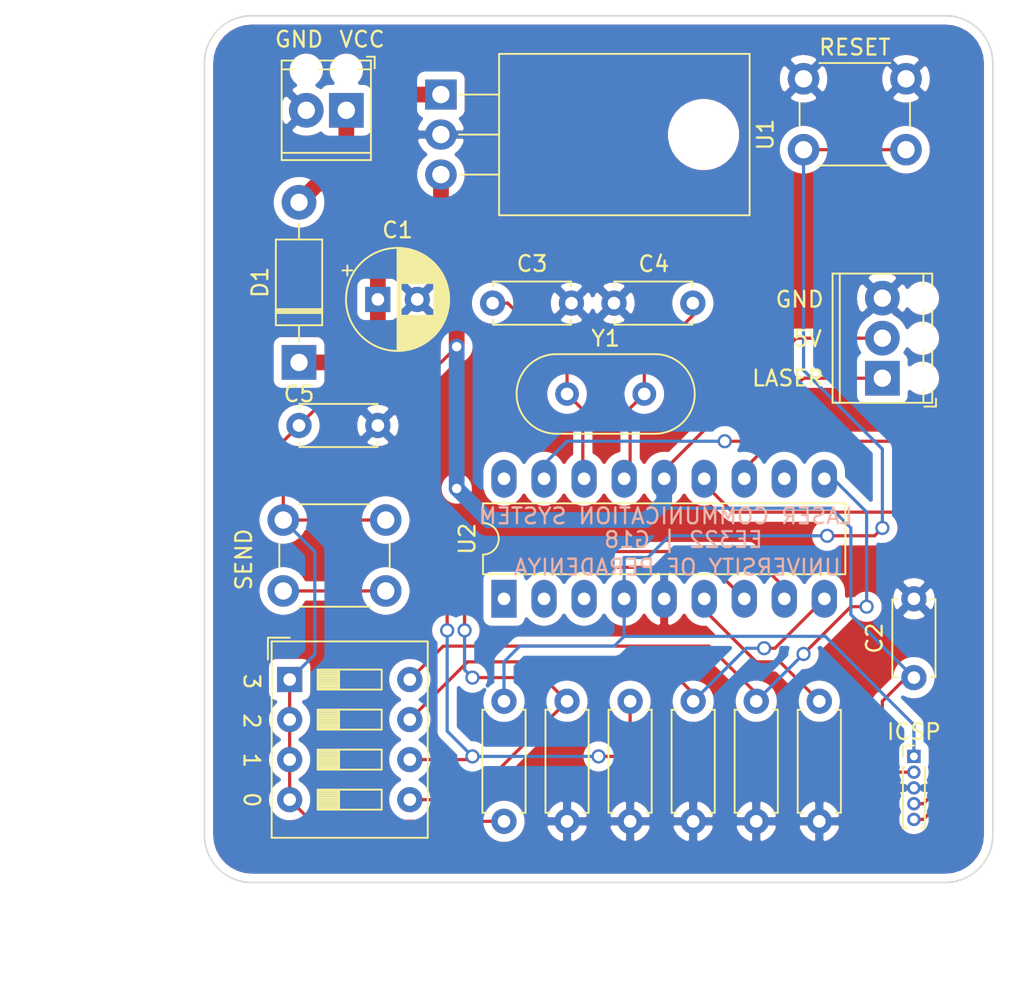
<source format=kicad_pcb>
(kicad_pcb (version 20171130) (host pcbnew "(5.1.9)-1")
  (layers (0 F.Cu signal) (31 B.Cu signal) (34 B.Paste user) (35 F.Paste user) (36 B.SilkS user) (37 F.SilkS user) (38 B.Mask user) (39 F.Mask user) (44 Edge.Cuts user))
  (net 0 "")
  (net 1 "Net-(C1-Pad1)")
  (net 2 GND)
  (net 3 5V)
  (net 4 "Net-(C3-Pad1)")
  (net 5 "Net-(C4-Pad1)")
  (net 6 "Net-(D1-Pad2)")
  (net 7 LASER)
  (net 8 MCLR)
  (net 9 DATA)
  (net 10 CLOCK)
  (net 11 SEND)
  (net 12 BIT0)
  (net 13 BIT1)
  (net 14 BIT2)
  (net 15 BIT3)
  (net 16 "Net-(U2-Pad1)")
  (net 17 "Net-(U2-Pad2)")
  (net 18 "Net-(U2-Pad11)")
  (net 19 "Net-(U2-Pad3)")
  (net 20 "Net-(U2-Pad18)")
  (module Capacitor_THT:C_Disc_D4.7mm_W2.5mm_P5.00mm (layer F.Cu) (at 76 89)
    (fp_text reference C5 (at 0 -2) (layer F.SilkS))
    (fp_text value 0.1uF)
    (pad 2 thru_hole circle (at 5 0) (size 1.6 1.6) (drill 0.8) (layers *.Cu *.Mask) (net 2 GND))
    (pad 1 thru_hole circle (at 0 0) (size 1.6 1.6) (drill 0.8) (layers *.Cu *.Mask) (net 3 5V))
  )
  (module Capacitor_THT:CP_Radial_D6.3mm_P2.50mm (layer F.Cu) (at 81 81)
    (fp_text reference C1 (at 1.25 -4.4) (layer F.SilkS))
    (fp_text value 100uF)
    (pad 1 thru_hole rect (at 0 0) (size 1.6 1.6) (drill 0.8) (layers *.Cu *.Mask) (net 1 "Net-(C1-Pad1)"))
    (pad 2 thru_hole circle (at 2.5 0) (size 1.6 1.6) (drill 0.8) (layers *.Cu *.Mask) (net 2 GND))
  )
  (module Capacitor_THT:C_Disc_D4.7mm_W2.5mm_P5.00mm (layer F.Cu) (at 115 105 90)
    (fp_text reference C2 (at 2.5 -2.5 90) (layer F.SilkS))
    (fp_text value 0.1uF)
    (pad 1 thru_hole circle (at 0 0 90) (size 1.6 1.6) (drill 0.8) (layers *.Cu *.Mask) (net 3 5V))
    (pad 2 thru_hole circle (at 5 0 90) (size 1.6 1.6) (drill 0.8) (layers *.Cu *.Mask) (net 2 GND))
  )
  (module Capacitor_THT:C_Disc_D4.7mm_W2.5mm_P5.00mm (layer F.Cu) (at 88.278 81.236)
    (fp_text reference C3 (at 2.5 -2.5) (layer F.SilkS))
    (fp_text value 22pF)
    (pad 2 thru_hole circle (at 5 0) (size 1.6 1.6) (drill 0.8) (layers *.Cu *.Mask) (net 2 GND))
    (pad 1 thru_hole circle (at 0 0) (size 1.6 1.6) (drill 0.8) (layers *.Cu *.Mask) (net 4 "Net-(C3-Pad1)"))
  )
  (module Capacitor_THT:C_Disc_D4.7mm_W2.5mm_P5.00mm (layer F.Cu) (at 100.978 81.236 180)
    (fp_text reference C4 (at 2.478 2.486) (layer F.SilkS))
    (fp_text value 22pF)
    (pad 1 thru_hole circle (at 0 0 180) (size 1.6 1.6) (drill 0.8) (layers *.Cu *.Mask) (net 5 "Net-(C4-Pad1)"))
    (pad 2 thru_hole circle (at 5 0 180) (size 1.6 1.6) (drill 0.8) (layers *.Cu *.Mask) (net 2 GND))
  )
  (module Diode_THT:D_DO-41_SOD81_P10.16mm_Horizontal (layer F.Cu) (at 76 85 90)
    (fp_text reference D1 (at 5.08 -2.47 90) (layer F.SilkS))
    (fp_text value 1N4007)
    (pad 1 thru_hole rect (at 0 0 90) (size 2.2 2.2) (drill 1.1) (layers *.Cu *.Mask) (net 1 "Net-(C1-Pad1)"))
    (pad 2 thru_hole oval (at 10.16 0 90) (size 2.2 2.2) (drill 1.1) (layers *.Cu *.Mask) (net 6 "Net-(D1-Pad2)"))
  )
  (module TerminalBlock_Phoenix:TerminalBlock_Phoenix_MPT-0,5-2-2.54_1x02_P2.54mm_Horizontal (layer F.Cu) (at 79 69 180)
    (fp_text reference J1 hide)
    (fp_text value Screw_Terminal_01x02)
    (pad 1 thru_hole rect (at 0 0 180) (size 2.2 2.2) (drill 1.1) (layers *.Cu *.Mask) (net 6 "Net-(D1-Pad2)"))
    (pad "" np_thru_hole circle (at 0 2.54 180) (size 1.1 1.1) (drill 1.1) (layers *.Cu *.Mask))
    (pad 2 thru_hole circle (at 2.54 0 180) (size 2.2 2.2) (drill 1.1) (layers *.Cu *.Mask) (net 2 GND))
    (pad "" np_thru_hole circle (at 2.54 2.54 180) (size 1.1 1.1) (drill 1.1) (layers *.Cu *.Mask))
  )
  (module TerminalBlock_Phoenix:TerminalBlock_Phoenix_MPT-0,5-3-2.54_1x03_P2.54mm_Horizontal (layer F.Cu) (at 113 86 90)
    (fp_text reference J2 hide)
    (fp_text value Screw_Terminal_01x03)
    (pad 1 thru_hole rect (at 0 0 90) (size 2.2 2.2) (drill 1.1) (layers *.Cu *.Mask) (net 7 LASER))
    (pad "" np_thru_hole circle (at 0 2.54 90) (size 1.1 1.1) (drill 1.1) (layers *.Cu *.Mask))
    (pad 2 thru_hole circle (at 2.54 0 90) (size 2.2 2.2) (drill 1.1) (layers *.Cu *.Mask) (net 3 5V))
    (pad "" np_thru_hole circle (at 2.54 2.54 90) (size 1.1 1.1) (drill 1.1) (layers *.Cu *.Mask))
    (pad 3 thru_hole circle (at 5.08 0 90) (size 2.2 2.2) (drill 1.1) (layers *.Cu *.Mask) (net 2 GND))
    (pad "" np_thru_hole circle (at 5.08 2.54 90) (size 1.1 1.1) (drill 1.1) (layers *.Cu *.Mask))
  )
  (module Connector_PinHeader_1.00mm:PinHeader_1x05_P1.00mm_Vertical (layer F.Cu) (at 115 110)
    (fp_text reference ICSP (at 0 -1.56) (layer F.SilkS))
    (fp_text value Conn_01x05_Male)
    (pad 1 thru_hole rect (at 0 0) (size 0.85 0.85) (drill 0.5) (layers *.Cu *.Mask) (net 8 MCLR))
    (pad 2 thru_hole oval (at 0 1) (size 0.85 0.85) (drill 0.5) (layers *.Cu *.Mask) (net 3 5V))
    (pad 3 thru_hole oval (at 0 2) (size 0.85 0.85) (drill 0.5) (layers *.Cu *.Mask) (net 2 GND))
    (pad 4 thru_hole oval (at 0 3) (size 0.85 0.85) (drill 0.5) (layers *.Cu *.Mask) (net 9 DATA))
    (pad 5 thru_hole oval (at 0 4) (size 0.85 0.85) (drill 0.5) (layers *.Cu *.Mask) (net 10 CLOCK))
  )
  (module Resistor_THT:R_Axial_DIN0207_L6.3mm_D2.5mm_P7.62mm_Horizontal (layer F.Cu) (at 109 106.5 270)
    (fp_text reference R1 hide)
    (fp_text value 10k)
    (pad 2 thru_hole oval (at 7.62 0 270) (size 1.6 1.6) (drill 0.8) (layers *.Cu *.Mask) (net 2 GND))
    (pad 1 thru_hole circle (at 0 0 270) (size 1.6 1.6) (drill 0.8) (layers *.Cu *.Mask) (net 11 SEND))
  )
  (module Resistor_THT:R_Axial_DIN0207_L6.3mm_D2.5mm_P7.62mm_Horizontal (layer F.Cu) (at 105 106.5 270)
    (fp_text reference R2 hide)
    (fp_text value 10k)
    (pad 2 thru_hole oval (at 7.62 0 270) (size 1.6 1.6) (drill 0.8) (layers *.Cu *.Mask) (net 2 GND))
    (pad 1 thru_hole circle (at 0 0 270) (size 1.6 1.6) (drill 0.8) (layers *.Cu *.Mask) (net 12 BIT0))
  )
  (module Resistor_THT:R_Axial_DIN0207_L6.3mm_D2.5mm_P7.62mm_Horizontal (layer F.Cu) (at 101 106.5 270)
    (fp_text reference R3 hide)
    (fp_text value 10k)
    (pad 1 thru_hole circle (at 0 0 270) (size 1.6 1.6) (drill 0.8) (layers *.Cu *.Mask) (net 13 BIT1))
    (pad 2 thru_hole oval (at 7.62 0 270) (size 1.6 1.6) (drill 0.8) (layers *.Cu *.Mask) (net 2 GND))
  )
  (module Resistor_THT:R_Axial_DIN0207_L6.3mm_D2.5mm_P7.62mm_Horizontal (layer F.Cu) (at 97 106.5 270)
    (fp_text reference R4 hide)
    (fp_text value 10k)
    (pad 2 thru_hole oval (at 7.62 0 270) (size 1.6 1.6) (drill 0.8) (layers *.Cu *.Mask) (net 2 GND))
    (pad 1 thru_hole circle (at 0 0 270) (size 1.6 1.6) (drill 0.8) (layers *.Cu *.Mask) (net 14 BIT2))
  )
  (module Resistor_THT:R_Axial_DIN0207_L6.3mm_D2.5mm_P7.62mm_Horizontal (layer F.Cu) (at 93 106.5 270)
    (fp_text reference R5 hide)
    (fp_text value 10k)
    (pad 1 thru_hole circle (at 0 0 270) (size 1.6 1.6) (drill 0.8) (layers *.Cu *.Mask) (net 15 BIT3))
    (pad 2 thru_hole oval (at 7.62 0 270) (size 1.6 1.6) (drill 0.8) (layers *.Cu *.Mask) (net 2 GND))
  )
  (module Resistor_THT:R_Axial_DIN0207_L6.3mm_D2.5mm_P7.62mm_Horizontal (layer F.Cu) (at 89 106.5 270)
    (fp_text reference R6 hide)
    (fp_text value 10k)
    (pad 1 thru_hole circle (at 0 0 270) (size 1.6 1.6) (drill 0.8) (layers *.Cu *.Mask) (net 8 MCLR))
    (pad 2 thru_hole oval (at 7.62 0 270) (size 1.6 1.6) (drill 0.8) (layers *.Cu *.Mask) (net 3 5V))
  )
  (module Button_Switch_THT:SW_PUSH_6mm_H4.3mm (layer F.Cu) (at 75 95)
    (fp_text reference SEND (at -2.5 2.5 -90) (layer F.SilkS))
    (fp_text value Send_button)
    (pad 2 thru_hole circle (at 0 4.5 90) (size 2 2) (drill 1.1) (layers *.Cu *.Mask) (net 11 SEND))
    (pad 1 thru_hole circle (at 0 0 90) (size 2 2) (drill 1.1) (layers *.Cu *.Mask) (net 3 5V))
    (pad 2 thru_hole circle (at 6.5 4.5 90) (size 2 2) (drill 1.1) (layers *.Cu *.Mask) (net 11 SEND))
    (pad 1 thru_hole circle (at 6.5 0 90) (size 2 2) (drill 1.1) (layers *.Cu *.Mask) (net 3 5V))
  )
  (module Button_Switch_THT:SW_DIP_SPSTx04_Slide_9.78x12.34mm_W7.62mm_P2.54mm (layer F.Cu) (at 75.406 105.124)
    (fp_text reference SW2 hide)
    (fp_text value SW_DIP_x04)
    (pad 1 thru_hole rect (at 0 0) (size 1.6 1.6) (drill 0.8) (layers *.Cu *.Mask) (net 3 5V))
    (pad 5 thru_hole oval (at 7.62 7.62) (size 1.6 1.6) (drill 0.8) (layers *.Cu *.Mask) (net 15 BIT3))
    (pad 2 thru_hole oval (at 0 2.54) (size 1.6 1.6) (drill 0.8) (layers *.Cu *.Mask) (net 3 5V))
    (pad 6 thru_hole oval (at 7.62 5.08) (size 1.6 1.6) (drill 0.8) (layers *.Cu *.Mask) (net 14 BIT2))
    (pad 3 thru_hole oval (at 0 5.08) (size 1.6 1.6) (drill 0.8) (layers *.Cu *.Mask) (net 3 5V))
    (pad 7 thru_hole oval (at 7.62 2.54) (size 1.6 1.6) (drill 0.8) (layers *.Cu *.Mask) (net 13 BIT1))
    (pad 4 thru_hole oval (at 0 7.62) (size 1.6 1.6) (drill 0.8) (layers *.Cu *.Mask) (net 3 5V))
    (pad 8 thru_hole oval (at 7.62 0) (size 1.6 1.6) (drill 0.8) (layers *.Cu *.Mask) (net 12 BIT0))
  )
  (module Button_Switch_THT:SW_PUSH_6mm_H4.3mm (layer F.Cu) (at 108 67)
    (fp_text reference RESET (at 3.25 -2) (layer F.SilkS))
    (fp_text value Reset)
    (pad 1 thru_hole circle (at 6.5 0 90) (size 2 2) (drill 1.1) (layers *.Cu *.Mask) (net 2 GND))
    (pad 2 thru_hole circle (at 6.5 4.5 90) (size 2 2) (drill 1.1) (layers *.Cu *.Mask) (net 8 MCLR))
    (pad 1 thru_hole circle (at 0 0 90) (size 2 2) (drill 1.1) (layers *.Cu *.Mask) (net 2 GND))
    (pad 2 thru_hole circle (at 0 4.5 90) (size 2 2) (drill 1.1) (layers *.Cu *.Mask) (net 8 MCLR))
  )
  (module Package_TO_SOT_THT:TO-220-3_Horizontal_TabDown (layer F.Cu) (at 85 68 270)
    (fp_text reference U1 (at 2.54 -20.58 90) (layer F.SilkS))
    (fp_text value L7805)
    (pad "" np_thru_hole oval (at 2.54 -16.66 270) (size 3.5 3.5) (drill 3.5) (layers *.Cu *.Mask))
    (pad 1 thru_hole rect (at 0 0 270) (size 1.905 2) (drill 1.1) (layers *.Cu *.Mask) (net 1 "Net-(C1-Pad1)"))
    (pad 2 thru_hole oval (at 2.54 0 270) (size 1.905 2) (drill 1.1) (layers *.Cu *.Mask) (net 2 GND))
    (pad 3 thru_hole oval (at 5.08 0 270) (size 1.905 2) (drill 1.1) (layers *.Cu *.Mask) (net 3 5V))
  )
  (module Package_DIP:DIP-18_W7.62mm_LongPads (layer F.Cu) (at 89 100 90)
    (fp_text reference U2 (at 3.81 -2.33 90) (layer F.SilkS))
    (fp_text value PIC16F84A-XXP)
    (pad 1 thru_hole rect (at 0 0 90) (size 2.4 1.6) (drill 0.8) (layers *.Cu *.Mask) (net 16 "Net-(U2-Pad1)"))
    (pad 10 thru_hole oval (at 7.62 20.32 90) (size 2.4 1.6) (drill 0.8) (layers *.Cu *.Mask) (net 12 BIT0))
    (pad 2 thru_hole oval (at 0 2.54 90) (size 2.4 1.6) (drill 0.8) (layers *.Cu *.Mask) (net 17 "Net-(U2-Pad2)"))
    (pad 11 thru_hole oval (at 7.62 17.78 90) (size 2.4 1.6) (drill 0.8) (layers *.Cu *.Mask) (net 18 "Net-(U2-Pad11)"))
    (pad 3 thru_hole oval (at 0 5.08 90) (size 2.4 1.6) (drill 0.8) (layers *.Cu *.Mask) (net 19 "Net-(U2-Pad3)"))
    (pad 12 thru_hole oval (at 7.62 15.24 90) (size 2.4 1.6) (drill 0.8) (layers *.Cu *.Mask) (net 10 CLOCK))
    (pad 4 thru_hole oval (at 0 7.62 90) (size 2.4 1.6) (drill 0.8) (layers *.Cu *.Mask) (net 8 MCLR))
    (pad 13 thru_hole oval (at 7.62 12.7 90) (size 2.4 1.6) (drill 0.8) (layers *.Cu *.Mask) (net 9 DATA))
    (pad 5 thru_hole oval (at 0 10.16 90) (size 2.4 1.6) (drill 0.8) (layers *.Cu *.Mask) (net 2 GND))
    (pad 14 thru_hole oval (at 7.62 10.16 90) (size 2.4 1.6) (drill 0.8) (layers *.Cu *.Mask) (net 3 5V))
    (pad 6 thru_hole oval (at 0 12.7 90) (size 2.4 1.6) (drill 0.8) (layers *.Cu *.Mask) (net 11 SEND))
    (pad 15 thru_hole oval (at 7.62 7.62 90) (size 2.4 1.6) (drill 0.8) (layers *.Cu *.Mask) (net 5 "Net-(C4-Pad1)"))
    (pad 7 thru_hole oval (at 0 15.24 90) (size 2.4 1.6) (drill 0.8) (layers *.Cu *.Mask) (net 15 BIT3))
    (pad 16 thru_hole oval (at 7.62 5.08 90) (size 2.4 1.6) (drill 0.8) (layers *.Cu *.Mask) (net 4 "Net-(C3-Pad1)"))
    (pad 8 thru_hole oval (at 0 17.78 90) (size 2.4 1.6) (drill 0.8) (layers *.Cu *.Mask) (net 14 BIT2))
    (pad 17 thru_hole oval (at 7.62 2.54 90) (size 2.4 1.6) (drill 0.8) (layers *.Cu *.Mask) (net 7 LASER))
    (pad 9 thru_hole oval (at 0 20.32 90) (size 2.4 1.6) (drill 0.8) (layers *.Cu *.Mask) (net 13 BIT1))
    (pad 18 thru_hole oval (at 7.62 0 90) (size 2.4 1.6) (drill 0.8) (layers *.Cu *.Mask) (net 20 "Net-(U2-Pad18)"))
  )
  (module Crystal:Crystal_HC18-U_Vertical (layer F.Cu) (at 93 87)
    (fp_text reference Y1 (at 2.45 -3.525) (layer F.SilkS))
    (fp_text value 4MHz)
    (pad 1 thru_hole circle (at 0 0) (size 1.5 1.5) (drill 0.8) (layers *.Cu *.Mask) (net 4 "Net-(C3-Pad1)"))
    (pad 2 thru_hole circle (at 4.9 0) (size 1.5 1.5) (drill 0.8) (layers *.Cu *.Mask) (net 5 "Net-(C4-Pad1)"))
  )
  (gr_text "UNIVERSITY OF PERADENIYA" (at 100 98) (layer B.SilkS) (effects (font (size 1 1)) (justify mirror)))
  (gr_text "EE322 | G18 " (at 100 96.25) (layer B.SilkS) (effects (font (size 1 1)) (justify mirror)))
  (gr_text "LASER COMMUNICATION SYSTEM" (at 99.25 94.75) (layer B.SilkS) (effects (font (size 1 1)) (justify mirror)))
  (gr_text GND (at 107.75 81) (layer F.SilkS) (effects (font (size 1 1))))
  (gr_text 5V (at 108.25 83.5) (layer F.SilkS) (effects (font (size 1 1))))
  (gr_text LASER (at 107 86) (layer F.SilkS) (effects (font (size 1 1))))
  (gr_text 3 (at 73 105.25 -90) (layer F.SilkS) (effects (font (size 1 1))))
  (gr_text 2 (at 73 107.75 -90) (layer F.SilkS) (effects (font (size 1 1))))
  (gr_text 1 (at 73 110.25 -90) (layer F.SilkS) (effects (font (size 1 1))))
  (gr_text 0 (at 73 112.75 -90) (layer F.SilkS) (effects (font (size 1 1))))
  (gr_text GND (at 76 64.5) (layer F.SilkS) (effects (font (size 1 1))))
  (gr_text VCC (at 80 64.5) (layer F.SilkS) (effects (font (size 1 1))))
  (gr_arc (start 117 115) (end 117 118) (angle -90) (layer Edge.Cuts) (width 0.1))
  (gr_arc (start 117 66) (end 117 63) (angle 90) (layer Edge.Cuts) (width 0.1))
  (gr_arc (start 73 66) (end 70 66) (angle 90) (layer Edge.Cuts) (width 0.1))
  (gr_arc (start 73 115) (end 73 118) (angle 90) (layer Edge.Cuts) (width 0.1))
  (gr_line (start 120 66) (end 120 115) (layer Edge.Cuts) (width 0.1))
  (gr_line (start 73 63) (end 117 63) (layer Edge.Cuts) (width 0.1))
  (gr_line (start 70 115) (end 70 66) (layer Edge.Cuts) (width 0.1))
  (gr_line (start 117 118) (end 73 118) (layer Edge.Cuts) (width 0.1))
  (segment (start 76 85) (end 79 85) (width 1) (layer F.Cu) (net 1))
  (segment (start 79 85) (end 81 83) (width 1) (layer F.Cu) (net 1))
  (segment (start 81 83) (end 81 81) (width 1) (layer F.Cu) (net 1))
  (segment (start 82 69) (end 83 68) (width 1) (layer F.Cu) (net 1))
  (segment (start 82 72) (end 82 69) (width 1) (layer F.Cu) (net 1))
  (segment (start 81 73) (end 82 72) (width 1) (layer F.Cu) (net 1))
  (segment (start 83 68) (end 85 68) (width 1) (layer F.Cu) (net 1))
  (segment (start 81 81) (end 81 73) (width 1) (layer F.Cu) (net 1))
  (segment (start 115 112) (end 113 112) (width 0.2032) (layer F.Cu) (net 2))
  (segment (start 110.88 114.12) (end 109 114.12) (width 0.2032) (layer F.Cu) (net 2))
  (segment (start 113 112) (end 110.88 114.12) (width 0.2032) (layer F.Cu) (net 2))
  (segment (start 75.406 105.124) (end 75.406 107.664) (width 0.2032) (layer F.Cu) (net 3))
  (segment (start 75.406 107.664) (end 75.406 110.204) (width 0.2032) (layer F.Cu) (net 3))
  (segment (start 75.406 110.204) (end 75.406 112.744) (width 0.2032) (layer F.Cu) (net 3))
  (segment (start 85.003201 73.083201) (end 85.003201 75.003201) (width 1) (layer F.Cu) (net 3))
  (segment (start 85 73.08) (end 85.003201 73.083201) (width 1) (layer F.Cu) (net 3))
  (segment (start 85.003201 75.003201) (end 86 76) (width 1) (layer F.Cu) (net 3))
  (segment (start 86 76) (end 86 84) (width 1) (layer F.Cu) (net 3))
  (segment (start 99.16 92.38) (end 99.16 93.84) (width 1) (layer B.Cu) (net 3))
  (segment (start 98 95) (end 88 95) (width 1) (layer B.Cu) (net 3))
  (via (at 86 84) (size 0.9) (drill 0.6) (layers F.Cu B.Cu) (net 3))
  (segment (start 86 93) (end 86 84) (width 1) (layer B.Cu) (net 3))
  (segment (start 88 95) (end 86 93) (width 1) (layer B.Cu) (net 3))
  (via (at 86 93) (size 0.9) (drill 0.6) (layers F.Cu B.Cu) (net 3))
  (segment (start 78.595199 86.404801) (end 76 89) (width 0.2032) (layer F.Cu) (net 3))
  (segment (start 83.595199 86.404801) (end 78.595199 86.404801) (width 0.2032) (layer F.Cu) (net 3))
  (segment (start 86 84) (end 83.595199 86.404801) (width 0.2032) (layer F.Cu) (net 3))
  (segment (start 76 89) (end 75 90) (width 0.2032) (layer F.Cu) (net 3))
  (segment (start 75 90) (end 75 95) (width 0.2032) (layer F.Cu) (net 3))
  (segment (start 75 95) (end 81.5 95) (width 0.2032) (layer F.Cu) (net 3))
  (segment (start 77 103.53) (end 75.406 105.124) (width 0.2032) (layer B.Cu) (net 3))
  (segment (start 77 97) (end 77 103.53) (width 0.2032) (layer B.Cu) (net 3))
  (segment (start 75 95) (end 77 97) (width 0.2032) (layer B.Cu) (net 3))
  (segment (start 76.782 114.12) (end 75.406 112.744) (width 0.2032) (layer F.Cu) (net 3))
  (segment (start 89 114.12) (end 76.782 114.12) (width 0.2032) (layer F.Cu) (net 3))
  (segment (start 114.729801 111) (end 115 111) (width 0.2032) (layer F.Cu) (net 3))
  (segment (start 114 111) (end 114.729801 111) (width 0.2032) (layer F.Cu) (net 3))
  (segment (start 113 110) (end 114 111) (width 0.2032) (layer F.Cu) (net 3))
  (segment (start 113 106.5) (end 113 110) (width 0.2032) (layer F.Cu) (net 3))
  (segment (start 114.5 105) (end 113 106.5) (width 0.2032) (layer F.Cu) (net 3))
  (segment (start 115 105) (end 114.5 105) (width 0.2032) (layer F.Cu) (net 3))
  (segment (start 113 83.46) (end 107.54 83.46) (width 0.2032) (layer F.Cu) (net 3))
  (segment (start 99.16 91.84) (end 99.16 92.38) (width 0.2032) (layer F.Cu) (net 3))
  (segment (start 107.54 83.46) (end 99.16 91.84) (width 0.2032) (layer F.Cu) (net 3))
  (segment (start 115 105) (end 111 101) (width 0.2032) (layer B.Cu) (net 3))
  (segment (start 111 101) (end 111 95.5) (width 0.2032) (layer B.Cu) (net 3))
  (segment (start 109.75 94.25) (end 98.75 94.25) (width 0.2032) (layer B.Cu) (net 3))
  (segment (start 111 95.5) (end 109.75 94.25) (width 0.2032) (layer B.Cu) (net 3))
  (segment (start 98.75 94.25) (end 98 95) (width 1) (layer B.Cu) (net 3))
  (segment (start 99.16 93.84) (end 98.75 94.25) (width 1) (layer B.Cu) (net 3))
  (segment (start 93 87) (end 94 88) (width 0.2032) (layer F.Cu) (net 4))
  (segment (start 94 92.3) (end 94.08 92.38) (width 0.2032) (layer F.Cu) (net 4))
  (segment (start 94 88) (end 94 92.3) (width 0.2032) (layer F.Cu) (net 4))
  (segment (start 93 87) (end 93 85) (width 0.2032) (layer F.Cu) (net 4))
  (segment (start 89.236 81.236) (end 88.278 81.236) (width 0.2032) (layer F.Cu) (net 4))
  (segment (start 93 85) (end 89.236 81.236) (width 0.2032) (layer F.Cu) (net 4))
  (segment (start 97.9 87) (end 97 87.9) (width 0.2032) (layer F.Cu) (net 5))
  (segment (start 97 92) (end 96.62 92.38) (width 0.2032) (layer F.Cu) (net 5))
  (segment (start 97 87.9) (end 97 92) (width 0.2032) (layer F.Cu) (net 5))
  (segment (start 97.9 87) (end 97.9 85.1) (width 0.2032) (layer F.Cu) (net 5))
  (segment (start 100.978 82.022) (end 100.978 81.236) (width 0.2032) (layer F.Cu) (net 5))
  (segment (start 97.9 85.1) (end 100.978 82.022) (width 0.2032) (layer F.Cu) (net 5))
  (segment (start 79 69) (end 79 72) (width 1) (layer F.Cu) (net 6))
  (segment (start 78.84 72) (end 76 74.84) (width 1) (layer F.Cu) (net 6))
  (segment (start 79 72) (end 78.84 72) (width 1) (layer F.Cu) (net 6))
  (via (at 103 90) (size 0.9) (drill 0.6) (layers F.Cu B.Cu) (net 7))
  (segment (start 103 90) (end 93 90) (width 0.2032) (layer B.Cu) (net 7))
  (segment (start 91.54 91.46) (end 91.54 92.38) (width 0.2032) (layer B.Cu) (net 7))
  (segment (start 93 90) (end 91.54 91.46) (width 0.2032) (layer B.Cu) (net 7))
  (segment (start 104 90) (end 103 90) (width 0.2032) (layer F.Cu) (net 7))
  (segment (start 108 86) (end 104 90) (width 0.2032) (layer F.Cu) (net 7))
  (segment (start 113 86) (end 108 86) (width 0.2032) (layer F.Cu) (net 7))
  (segment (start 96.62 100) (end 96.62 102.38) (width 0.2032) (layer B.Cu) (net 8))
  (segment (start 96.62 102.38) (end 96 103) (width 0.2032) (layer B.Cu) (net 8))
  (segment (start 96 103) (end 90 103) (width 0.2032) (layer B.Cu) (net 8))
  (segment (start 90 103) (end 89 104) (width 0.2032) (layer B.Cu) (net 8))
  (segment (start 89 104) (end 89 106.5) (width 0.2032) (layer B.Cu) (net 8))
  (segment (start 114.5 71.5) (end 108 71.5) (width 0.2032) (layer F.Cu) (net 8))
  (segment (start 115 110) (end 115 108) (width 0.2032) (layer B.Cu) (net 8))
  (segment (start 109.38 102.38) (end 96.62 102.38) (width 0.2032) (layer B.Cu) (net 8))
  (segment (start 115 108) (end 109.38 102.38) (width 0.2032) (layer B.Cu) (net 8))
  (segment (start 96.62 100) (end 96.62 97.38) (width 0.2032) (layer B.Cu) (net 8))
  (segment (start 96.62 97.38) (end 98.12 97.38) (width 0.2032) (layer B.Cu) (net 8))
  (via (at 109.5 96) (size 0.9) (drill 0.6) (layers F.Cu B.Cu) (net 8))
  (segment (start 99.5 96) (end 109.5 96) (width 0.2032) (layer B.Cu) (net 8))
  (segment (start 98.12 97.38) (end 99.5 96) (width 0.2032) (layer B.Cu) (net 8))
  (via (at 113 95.5) (size 0.9) (drill 0.6) (layers F.Cu B.Cu) (net 8))
  (segment (start 112.5 96) (end 113 95.5) (width 0.2032) (layer F.Cu) (net 8))
  (segment (start 109.5 96) (end 112.5 96) (width 0.2032) (layer F.Cu) (net 8))
  (segment (start 108 85.5) (end 108 71.5) (width 0.2032) (layer B.Cu) (net 8))
  (segment (start 113 90.5) (end 108 85.5) (width 0.2032) (layer B.Cu) (net 8))
  (segment (start 113 95.5) (end 113 90.5) (width 0.2032) (layer B.Cu) (net 8))
  (segment (start 101.7 92.38) (end 101.7 92.7) (width 0.2032) (layer F.Cu) (net 9))
  (segment (start 103.5 94.5) (end 115.5 94.5) (width 0.2032) (layer F.Cu) (net 9))
  (segment (start 101.7 92.7) (end 103.5 94.5) (width 0.2032) (layer F.Cu) (net 9))
  (segment (start 115.60104 113) (end 115 113) (width 0.2032) (layer F.Cu) (net 9))
  (segment (start 117 111.60104) (end 115.60104 113) (width 0.2032) (layer F.Cu) (net 9))
  (segment (start 117 96) (end 117 111.60104) (width 0.2032) (layer F.Cu) (net 9))
  (segment (start 115.5 94.5) (end 117 96) (width 0.2032) (layer F.Cu) (net 9))
  (segment (start 118 111.60104) (end 115.60104 114) (width 0.2032) (layer F.Cu) (net 10))
  (segment (start 118 93) (end 118 111.60104) (width 0.2032) (layer F.Cu) (net 10))
  (segment (start 115 90) (end 118 93) (width 0.2032) (layer F.Cu) (net 10))
  (segment (start 115.60104 114) (end 115 114) (width 0.2032) (layer F.Cu) (net 10))
  (segment (start 106 90) (end 115 90) (width 0.2032) (layer F.Cu) (net 10))
  (segment (start 104.24 91.76) (end 106 90) (width 0.2032) (layer F.Cu) (net 10))
  (segment (start 104.24 92.38) (end 104.24 91.76) (width 0.2032) (layer F.Cu) (net 10))
  (segment (start 75 99.5) (end 81.5 99.5) (width 0.2032) (layer F.Cu) (net 11))
  (segment (start 106.5 104) (end 109 106.5) (width 0.2032) (layer F.Cu) (net 11))
  (segment (start 105 104) (end 106.5 104) (width 0.2032) (layer F.Cu) (net 11))
  (segment (start 101.7 100.7) (end 105 104) (width 0.2032) (layer F.Cu) (net 11))
  (segment (start 101.7 100) (end 101.7 100.7) (width 0.2032) (layer F.Cu) (net 11))
  (segment (start 105 106) (end 105 106.5) (width 0.2032) (layer F.Cu) (net 12))
  (segment (start 102 103) (end 105 106) (width 0.2032) (layer F.Cu) (net 12))
  (segment (start 85.15 103) (end 102 103) (width 0.2032) (layer F.Cu) (net 12))
  (segment (start 83.026 105.124) (end 85.15 103) (width 0.2032) (layer F.Cu) (net 12))
  (segment (start 109.32 92.38) (end 109.88 92.38) (width 0.2032) (layer B.Cu) (net 12))
  (segment (start 109.88 92.38) (end 111.40641 93.90641) (width 0.2032) (layer B.Cu) (net 12))
  (via (at 112 100.5) (size 0.9) (drill 0.6) (layers F.Cu B.Cu) (net 12))
  (segment (start 112 94.5) (end 112 100.5) (width 0.2032) (layer B.Cu) (net 12))
  (segment (start 111.40641 93.90641) (end 112 94.5) (width 0.2032) (layer B.Cu) (net 12))
  (via (at 108 103.5) (size 0.9) (drill 0.6) (layers F.Cu B.Cu) (net 12))
  (segment (start 111 100.5) (end 108 103.5) (width 0.2032) (layer F.Cu) (net 12))
  (segment (start 112 100.5) (end 111 100.5) (width 0.2032) (layer F.Cu) (net 12))
  (segment (start 108 103.5) (end 105 106.5) (width 0.2032) (layer B.Cu) (net 12))
  (segment (start 83.026 107.664) (end 86.69 104) (width 0.2032) (layer F.Cu) (net 13))
  (segment (start 86.69 104) (end 99 104) (width 0.2032) (layer F.Cu) (net 13))
  (segment (start 99 104) (end 101 106) (width 0.2032) (layer F.Cu) (net 13))
  (segment (start 101 106) (end 101 106.5) (width 0.2032) (layer F.Cu) (net 13))
  (via (at 105.5 103.1348) (size 0.9) (drill 0.6) (layers F.Cu B.Cu) (net 13))
  (segment (start 106.1852 103.1348) (end 105.5 103.1348) (width 0.2032) (layer F.Cu) (net 13))
  (segment (start 109.32 100) (end 106.1852 103.1348) (width 0.2032) (layer F.Cu) (net 13))
  (segment (start 104.3652 103.1348) (end 101 106.5) (width 0.2032) (layer B.Cu) (net 13))
  (segment (start 105.5 103.1348) (end 104.3652 103.1348) (width 0.2032) (layer B.Cu) (net 13))
  (via (at 87 110) (size 0.9) (drill 0.6) (layers F.Cu B.Cu) (net 14))
  (segment (start 86.796 110.204) (end 87 110) (width 0.2032) (layer F.Cu) (net 14))
  (segment (start 83.026 110.204) (end 86.796 110.204) (width 0.2032) (layer F.Cu) (net 14))
  (segment (start 87 110) (end 95 110) (width 0.2032) (layer B.Cu) (net 14))
  (via (at 95 110) (size 0.9) (drill 0.6) (layers F.Cu B.Cu) (net 14))
  (segment (start 95 110) (end 96 110) (width 0.2032) (layer F.Cu) (net 14))
  (segment (start 97 109) (end 97 106.5) (width 0.2032) (layer F.Cu) (net 14))
  (segment (start 96 110) (end 97 109) (width 0.2032) (layer F.Cu) (net 14))
  (segment (start 106.78 100) (end 106.78 99.28) (width 0.2032) (layer F.Cu) (net 14))
  (segment (start 106.78 99.28) (end 104.5 97) (width 0.2032) (layer F.Cu) (net 14))
  (segment (start 104.5 97) (end 87 97) (width 0.2032) (layer F.Cu) (net 14))
  (via (at 85.396797 102) (size 0.9) (drill 0.6) (layers F.Cu B.Cu) (net 14))
  (segment (start 85.396797 98.603203) (end 85.396797 102) (width 0.2032) (layer F.Cu) (net 14))
  (segment (start 87 97) (end 85.396797 98.603203) (width 0.2032) (layer F.Cu) (net 14))
  (segment (start 85.396797 108.396797) (end 87 110) (width 0.2032) (layer B.Cu) (net 14))
  (segment (start 85.396797 102) (end 85.396797 108.396797) (width 0.2032) (layer B.Cu) (net 14))
  (segment (start 86.756 112.744) (end 93 106.5) (width 0.2032) (layer F.Cu) (net 15))
  (segment (start 83.026 112.744) (end 86.756 112.744) (width 0.2032) (layer F.Cu) (net 15))
  (segment (start 104.24 100) (end 102.24 98) (width 0.2032) (layer F.Cu) (net 15))
  (segment (start 102.24 98) (end 88.451358 98) (width 0.2032) (layer F.Cu) (net 15))
  (segment (start 88.451358 98) (end 87 98) (width 0.2032) (layer F.Cu) (net 15))
  (segment (start 87 98) (end 86.5 98.5) (width 0.2032) (layer F.Cu) (net 15))
  (via (at 86.5 102) (size 0.9) (drill 0.6) (layers F.Cu B.Cu) (net 15))
  (segment (start 86.5 98.5) (end 86.5 102) (width 0.2032) (layer F.Cu) (net 15))
  (via (at 87 105) (size 0.9) (drill 0.6) (layers F.Cu B.Cu) (net 15))
  (segment (start 86.5 104.5) (end 87 105) (width 0.2032) (layer B.Cu) (net 15))
  (segment (start 86.5 102) (end 86.5 104.5) (width 0.2032) (layer B.Cu) (net 15))
  (segment (start 91.5 105) (end 93 106.5) (width 0.2032) (layer F.Cu) (net 15))
  (segment (start 87 105) (end 91.5 105) (width 0.2032) (layer F.Cu) (net 15))
  (zone (net 2) (net_name GND) (layer F.Cu) (connect_pads (clearance 0.508)) (min_thickness 0.254) (fill yes (arc_segments 32) (thermal_gap 0.508) (thermal_bridge_width 0.508))
    (polygon (pts (xy 122 119) (xy 68 119) (xy 68 62) (xy 122 62)))
  )
  (zone (net 2) (net_name GND) (layer B.Cu) (connect_pads (clearance 0.508)) (min_thickness 0.254) (fill yes (arc_segments 32) (thermal_gap 0.508) (thermal_bridge_width 0.508))
    (polygon (pts (xy 122 119) (xy 68 119) (xy 68 62) (xy 122 62)))
  )
)
</source>
